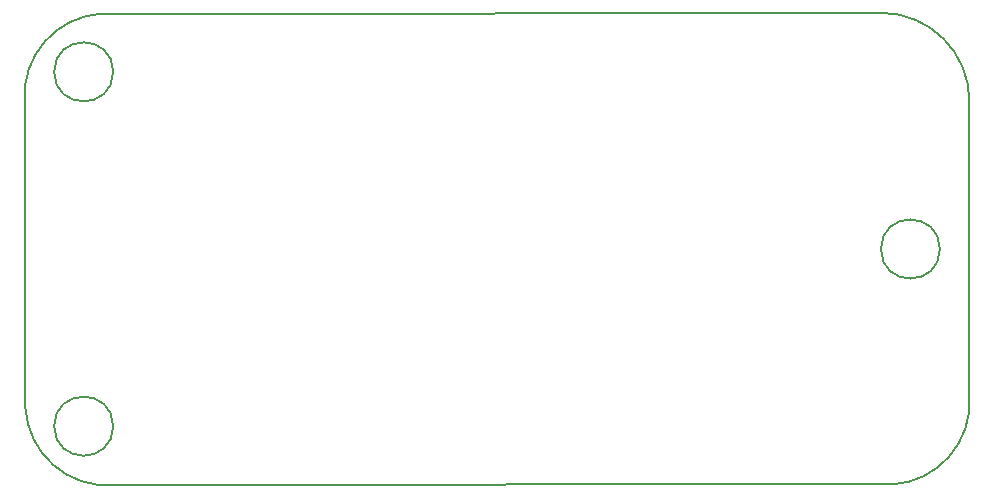
<source format=gm1>
G04 #@! TF.GenerationSoftware,KiCad,Pcbnew,5.1.5-52549c5~86~ubuntu18.04.1*
G04 #@! TF.CreationDate,2020-05-06T11:13:41-04:00*
G04 #@! TF.ProjectId,co_sensor,636f5f73-656e-4736-9f72-2e6b69636164,1.0*
G04 #@! TF.SameCoordinates,Original*
G04 #@! TF.FileFunction,Profile,NP*
%FSLAX46Y46*%
G04 Gerber Fmt 4.6, Leading zero omitted, Abs format (unit mm)*
G04 Created by KiCad (PCBNEW 5.1.5-52549c5~86~ubuntu18.04.1) date 2020-05-06 11:13:41*
%MOMM*%
%LPD*%
G04 APERTURE LIST*
%ADD10C,0.149860*%
G04 APERTURE END LIST*
D10*
X197500000Y-122500000D02*
G75*
G03X197500000Y-122500000I-2500000J0D01*
G01*
X127500000Y-137500000D02*
G75*
G03X127500000Y-137500000I-2500000J0D01*
G01*
X127500000Y-107500000D02*
G75*
G03X127500000Y-107500000I-2500000J0D01*
G01*
X192500000Y-102500000D02*
X126517821Y-102566800D01*
X200000000Y-110000000D02*
X200000000Y-135000000D01*
X192500000Y-102500000D02*
G75*
G02X200000000Y-110000000I0J-7500000D01*
G01*
X193482179Y-142433200D02*
X127500000Y-142500000D01*
X120000000Y-110000000D02*
X120066800Y-135982179D01*
X120000220Y-110003234D02*
G75*
G02X126517821Y-102566800I6957600J476435D01*
G01*
X127503234Y-142499780D02*
G75*
G02X120066800Y-135982179I-476435J6957600D01*
G01*
X199999780Y-134996766D02*
G75*
G02X193482179Y-142433200I-6957600J-476435D01*
G01*
M02*

</source>
